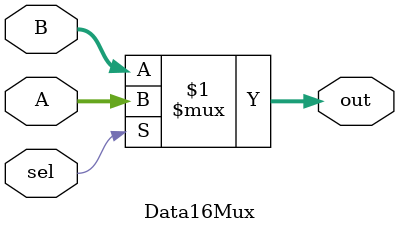
<source format=v>

/*
MUX :
if sel == 1      then A flows out.
else if sel == 0 then B flows out.
*/

module Data16Mux(sel, A, B, out);
input sel; //Select Line
input [15:0] A, B;
output [15:0] out;

assign out = sel ? A : B;

endmodule
</source>
